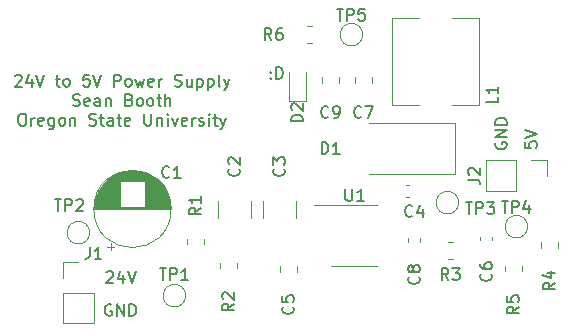
<source format=gto>
%TF.GenerationSoftware,KiCad,Pcbnew,(5.1.12)-1*%
%TF.CreationDate,2022-02-19T00:27:12-08:00*%
%TF.ProjectId,powersupply,706f7765-7273-4757-9070-6c792e6b6963,1*%
%TF.SameCoordinates,Original*%
%TF.FileFunction,Legend,Top*%
%TF.FilePolarity,Positive*%
%FSLAX46Y46*%
G04 Gerber Fmt 4.6, Leading zero omitted, Abs format (unit mm)*
G04 Created by KiCad (PCBNEW (5.1.12)-1) date 2022-02-19 00:27:12*
%MOMM*%
%LPD*%
G01*
G04 APERTURE LIST*
%ADD10C,0.150000*%
%ADD11C,0.120000*%
%ADD12C,4.501599*%
%ADD13C,1.601600*%
%ADD14O,1.801600X1.801600*%
%ADD15C,1.701600*%
G04 APERTURE END LIST*
D10*
X122397380Y-96322619D02*
X122445000Y-96275000D01*
X122540238Y-96227380D01*
X122778333Y-96227380D01*
X122873571Y-96275000D01*
X122921190Y-96322619D01*
X122968809Y-96417857D01*
X122968809Y-96513095D01*
X122921190Y-96655952D01*
X122349761Y-97227380D01*
X122968809Y-97227380D01*
X123825952Y-96560714D02*
X123825952Y-97227380D01*
X123587857Y-96179761D02*
X123349761Y-96894047D01*
X123968809Y-96894047D01*
X124206904Y-96227380D02*
X124540238Y-97227380D01*
X124873571Y-96227380D01*
X125825952Y-96560714D02*
X126206904Y-96560714D01*
X125968809Y-96227380D02*
X125968809Y-97084523D01*
X126016428Y-97179761D01*
X126111666Y-97227380D01*
X126206904Y-97227380D01*
X126683095Y-97227380D02*
X126587857Y-97179761D01*
X126540238Y-97132142D01*
X126492619Y-97036904D01*
X126492619Y-96751190D01*
X126540238Y-96655952D01*
X126587857Y-96608333D01*
X126683095Y-96560714D01*
X126825952Y-96560714D01*
X126921190Y-96608333D01*
X126968809Y-96655952D01*
X127016428Y-96751190D01*
X127016428Y-97036904D01*
X126968809Y-97132142D01*
X126921190Y-97179761D01*
X126825952Y-97227380D01*
X126683095Y-97227380D01*
X128683095Y-96227380D02*
X128206904Y-96227380D01*
X128159285Y-96703571D01*
X128206904Y-96655952D01*
X128302142Y-96608333D01*
X128540238Y-96608333D01*
X128635476Y-96655952D01*
X128683095Y-96703571D01*
X128730714Y-96798809D01*
X128730714Y-97036904D01*
X128683095Y-97132142D01*
X128635476Y-97179761D01*
X128540238Y-97227380D01*
X128302142Y-97227380D01*
X128206904Y-97179761D01*
X128159285Y-97132142D01*
X129016428Y-96227380D02*
X129349761Y-97227380D01*
X129683095Y-96227380D01*
X130778333Y-97227380D02*
X130778333Y-96227380D01*
X131159285Y-96227380D01*
X131254523Y-96275000D01*
X131302142Y-96322619D01*
X131349761Y-96417857D01*
X131349761Y-96560714D01*
X131302142Y-96655952D01*
X131254523Y-96703571D01*
X131159285Y-96751190D01*
X130778333Y-96751190D01*
X131921190Y-97227380D02*
X131825952Y-97179761D01*
X131778333Y-97132142D01*
X131730714Y-97036904D01*
X131730714Y-96751190D01*
X131778333Y-96655952D01*
X131825952Y-96608333D01*
X131921190Y-96560714D01*
X132064047Y-96560714D01*
X132159285Y-96608333D01*
X132206904Y-96655952D01*
X132254523Y-96751190D01*
X132254523Y-97036904D01*
X132206904Y-97132142D01*
X132159285Y-97179761D01*
X132064047Y-97227380D01*
X131921190Y-97227380D01*
X132587857Y-96560714D02*
X132778333Y-97227380D01*
X132968809Y-96751190D01*
X133159285Y-97227380D01*
X133349761Y-96560714D01*
X134111666Y-97179761D02*
X134016428Y-97227380D01*
X133825952Y-97227380D01*
X133730714Y-97179761D01*
X133683095Y-97084523D01*
X133683095Y-96703571D01*
X133730714Y-96608333D01*
X133825952Y-96560714D01*
X134016428Y-96560714D01*
X134111666Y-96608333D01*
X134159285Y-96703571D01*
X134159285Y-96798809D01*
X133683095Y-96894047D01*
X134587857Y-97227380D02*
X134587857Y-96560714D01*
X134587857Y-96751190D02*
X134635476Y-96655952D01*
X134683095Y-96608333D01*
X134778333Y-96560714D01*
X134873571Y-96560714D01*
X135921190Y-97179761D02*
X136064047Y-97227380D01*
X136302142Y-97227380D01*
X136397380Y-97179761D01*
X136445000Y-97132142D01*
X136492619Y-97036904D01*
X136492619Y-96941666D01*
X136445000Y-96846428D01*
X136397380Y-96798809D01*
X136302142Y-96751190D01*
X136111666Y-96703571D01*
X136016428Y-96655952D01*
X135968809Y-96608333D01*
X135921190Y-96513095D01*
X135921190Y-96417857D01*
X135968809Y-96322619D01*
X136016428Y-96275000D01*
X136111666Y-96227380D01*
X136349761Y-96227380D01*
X136492619Y-96275000D01*
X137349761Y-96560714D02*
X137349761Y-97227380D01*
X136921190Y-96560714D02*
X136921190Y-97084523D01*
X136968809Y-97179761D01*
X137064047Y-97227380D01*
X137206904Y-97227380D01*
X137302142Y-97179761D01*
X137349761Y-97132142D01*
X137825952Y-96560714D02*
X137825952Y-97560714D01*
X137825952Y-96608333D02*
X137921190Y-96560714D01*
X138111666Y-96560714D01*
X138206904Y-96608333D01*
X138254523Y-96655952D01*
X138302142Y-96751190D01*
X138302142Y-97036904D01*
X138254523Y-97132142D01*
X138206904Y-97179761D01*
X138111666Y-97227380D01*
X137921190Y-97227380D01*
X137825952Y-97179761D01*
X138730714Y-96560714D02*
X138730714Y-97560714D01*
X138730714Y-96608333D02*
X138825952Y-96560714D01*
X139016428Y-96560714D01*
X139111666Y-96608333D01*
X139159285Y-96655952D01*
X139206904Y-96751190D01*
X139206904Y-97036904D01*
X139159285Y-97132142D01*
X139111666Y-97179761D01*
X139016428Y-97227380D01*
X138825952Y-97227380D01*
X138730714Y-97179761D01*
X139778333Y-97227380D02*
X139683095Y-97179761D01*
X139635476Y-97084523D01*
X139635476Y-96227380D01*
X140064047Y-96560714D02*
X140302142Y-97227380D01*
X140540238Y-96560714D02*
X140302142Y-97227380D01*
X140206904Y-97465476D01*
X140159285Y-97513095D01*
X140064047Y-97560714D01*
X127302142Y-98829761D02*
X127445000Y-98877380D01*
X127683095Y-98877380D01*
X127778333Y-98829761D01*
X127825952Y-98782142D01*
X127873571Y-98686904D01*
X127873571Y-98591666D01*
X127825952Y-98496428D01*
X127778333Y-98448809D01*
X127683095Y-98401190D01*
X127492619Y-98353571D01*
X127397380Y-98305952D01*
X127349761Y-98258333D01*
X127302142Y-98163095D01*
X127302142Y-98067857D01*
X127349761Y-97972619D01*
X127397380Y-97925000D01*
X127492619Y-97877380D01*
X127730714Y-97877380D01*
X127873571Y-97925000D01*
X128683095Y-98829761D02*
X128587857Y-98877380D01*
X128397380Y-98877380D01*
X128302142Y-98829761D01*
X128254523Y-98734523D01*
X128254523Y-98353571D01*
X128302142Y-98258333D01*
X128397380Y-98210714D01*
X128587857Y-98210714D01*
X128683095Y-98258333D01*
X128730714Y-98353571D01*
X128730714Y-98448809D01*
X128254523Y-98544047D01*
X129587857Y-98877380D02*
X129587857Y-98353571D01*
X129540238Y-98258333D01*
X129445000Y-98210714D01*
X129254523Y-98210714D01*
X129159285Y-98258333D01*
X129587857Y-98829761D02*
X129492619Y-98877380D01*
X129254523Y-98877380D01*
X129159285Y-98829761D01*
X129111666Y-98734523D01*
X129111666Y-98639285D01*
X129159285Y-98544047D01*
X129254523Y-98496428D01*
X129492619Y-98496428D01*
X129587857Y-98448809D01*
X130064047Y-98210714D02*
X130064047Y-98877380D01*
X130064047Y-98305952D02*
X130111666Y-98258333D01*
X130206904Y-98210714D01*
X130349761Y-98210714D01*
X130445000Y-98258333D01*
X130492619Y-98353571D01*
X130492619Y-98877380D01*
X132064047Y-98353571D02*
X132206904Y-98401190D01*
X132254523Y-98448809D01*
X132302142Y-98544047D01*
X132302142Y-98686904D01*
X132254523Y-98782142D01*
X132206904Y-98829761D01*
X132111666Y-98877380D01*
X131730714Y-98877380D01*
X131730714Y-97877380D01*
X132064047Y-97877380D01*
X132159285Y-97925000D01*
X132206904Y-97972619D01*
X132254523Y-98067857D01*
X132254523Y-98163095D01*
X132206904Y-98258333D01*
X132159285Y-98305952D01*
X132064047Y-98353571D01*
X131730714Y-98353571D01*
X132873571Y-98877380D02*
X132778333Y-98829761D01*
X132730714Y-98782142D01*
X132683095Y-98686904D01*
X132683095Y-98401190D01*
X132730714Y-98305952D01*
X132778333Y-98258333D01*
X132873571Y-98210714D01*
X133016428Y-98210714D01*
X133111666Y-98258333D01*
X133159285Y-98305952D01*
X133206904Y-98401190D01*
X133206904Y-98686904D01*
X133159285Y-98782142D01*
X133111666Y-98829761D01*
X133016428Y-98877380D01*
X132873571Y-98877380D01*
X133778333Y-98877380D02*
X133683095Y-98829761D01*
X133635476Y-98782142D01*
X133587857Y-98686904D01*
X133587857Y-98401190D01*
X133635476Y-98305952D01*
X133683095Y-98258333D01*
X133778333Y-98210714D01*
X133921190Y-98210714D01*
X134016428Y-98258333D01*
X134064047Y-98305952D01*
X134111666Y-98401190D01*
X134111666Y-98686904D01*
X134064047Y-98782142D01*
X134016428Y-98829761D01*
X133921190Y-98877380D01*
X133778333Y-98877380D01*
X134397380Y-98210714D02*
X134778333Y-98210714D01*
X134540238Y-97877380D02*
X134540238Y-98734523D01*
X134587857Y-98829761D01*
X134683095Y-98877380D01*
X134778333Y-98877380D01*
X135111666Y-98877380D02*
X135111666Y-97877380D01*
X135540238Y-98877380D02*
X135540238Y-98353571D01*
X135492619Y-98258333D01*
X135397380Y-98210714D01*
X135254523Y-98210714D01*
X135159285Y-98258333D01*
X135111666Y-98305952D01*
X122921190Y-99527380D02*
X123111666Y-99527380D01*
X123206904Y-99575000D01*
X123302142Y-99670238D01*
X123349761Y-99860714D01*
X123349761Y-100194047D01*
X123302142Y-100384523D01*
X123206904Y-100479761D01*
X123111666Y-100527380D01*
X122921190Y-100527380D01*
X122825952Y-100479761D01*
X122730714Y-100384523D01*
X122683095Y-100194047D01*
X122683095Y-99860714D01*
X122730714Y-99670238D01*
X122825952Y-99575000D01*
X122921190Y-99527380D01*
X123778333Y-100527380D02*
X123778333Y-99860714D01*
X123778333Y-100051190D02*
X123825952Y-99955952D01*
X123873571Y-99908333D01*
X123968809Y-99860714D01*
X124064047Y-99860714D01*
X124778333Y-100479761D02*
X124683095Y-100527380D01*
X124492619Y-100527380D01*
X124397380Y-100479761D01*
X124349761Y-100384523D01*
X124349761Y-100003571D01*
X124397380Y-99908333D01*
X124492619Y-99860714D01*
X124683095Y-99860714D01*
X124778333Y-99908333D01*
X124825952Y-100003571D01*
X124825952Y-100098809D01*
X124349761Y-100194047D01*
X125683095Y-99860714D02*
X125683095Y-100670238D01*
X125635476Y-100765476D01*
X125587857Y-100813095D01*
X125492619Y-100860714D01*
X125349761Y-100860714D01*
X125254523Y-100813095D01*
X125683095Y-100479761D02*
X125587857Y-100527380D01*
X125397380Y-100527380D01*
X125302142Y-100479761D01*
X125254523Y-100432142D01*
X125206904Y-100336904D01*
X125206904Y-100051190D01*
X125254523Y-99955952D01*
X125302142Y-99908333D01*
X125397380Y-99860714D01*
X125587857Y-99860714D01*
X125683095Y-99908333D01*
X126302142Y-100527380D02*
X126206904Y-100479761D01*
X126159285Y-100432142D01*
X126111666Y-100336904D01*
X126111666Y-100051190D01*
X126159285Y-99955952D01*
X126206904Y-99908333D01*
X126302142Y-99860714D01*
X126445000Y-99860714D01*
X126540238Y-99908333D01*
X126587857Y-99955952D01*
X126635476Y-100051190D01*
X126635476Y-100336904D01*
X126587857Y-100432142D01*
X126540238Y-100479761D01*
X126445000Y-100527380D01*
X126302142Y-100527380D01*
X127064047Y-99860714D02*
X127064047Y-100527380D01*
X127064047Y-99955952D02*
X127111666Y-99908333D01*
X127206904Y-99860714D01*
X127349761Y-99860714D01*
X127445000Y-99908333D01*
X127492619Y-100003571D01*
X127492619Y-100527380D01*
X128683095Y-100479761D02*
X128825952Y-100527380D01*
X129064047Y-100527380D01*
X129159285Y-100479761D01*
X129206904Y-100432142D01*
X129254523Y-100336904D01*
X129254523Y-100241666D01*
X129206904Y-100146428D01*
X129159285Y-100098809D01*
X129064047Y-100051190D01*
X128873571Y-100003571D01*
X128778333Y-99955952D01*
X128730714Y-99908333D01*
X128683095Y-99813095D01*
X128683095Y-99717857D01*
X128730714Y-99622619D01*
X128778333Y-99575000D01*
X128873571Y-99527380D01*
X129111666Y-99527380D01*
X129254523Y-99575000D01*
X129540238Y-99860714D02*
X129921190Y-99860714D01*
X129683095Y-99527380D02*
X129683095Y-100384523D01*
X129730714Y-100479761D01*
X129825952Y-100527380D01*
X129921190Y-100527380D01*
X130683095Y-100527380D02*
X130683095Y-100003571D01*
X130635476Y-99908333D01*
X130540238Y-99860714D01*
X130349761Y-99860714D01*
X130254523Y-99908333D01*
X130683095Y-100479761D02*
X130587857Y-100527380D01*
X130349761Y-100527380D01*
X130254523Y-100479761D01*
X130206904Y-100384523D01*
X130206904Y-100289285D01*
X130254523Y-100194047D01*
X130349761Y-100146428D01*
X130587857Y-100146428D01*
X130683095Y-100098809D01*
X131016428Y-99860714D02*
X131397380Y-99860714D01*
X131159285Y-99527380D02*
X131159285Y-100384523D01*
X131206904Y-100479761D01*
X131302142Y-100527380D01*
X131397380Y-100527380D01*
X132111666Y-100479761D02*
X132016428Y-100527380D01*
X131825952Y-100527380D01*
X131730714Y-100479761D01*
X131683095Y-100384523D01*
X131683095Y-100003571D01*
X131730714Y-99908333D01*
X131825952Y-99860714D01*
X132016428Y-99860714D01*
X132111666Y-99908333D01*
X132159285Y-100003571D01*
X132159285Y-100098809D01*
X131683095Y-100194047D01*
X133349761Y-99527380D02*
X133349761Y-100336904D01*
X133397380Y-100432142D01*
X133445000Y-100479761D01*
X133540238Y-100527380D01*
X133730714Y-100527380D01*
X133825952Y-100479761D01*
X133873571Y-100432142D01*
X133921190Y-100336904D01*
X133921190Y-99527380D01*
X134397380Y-99860714D02*
X134397380Y-100527380D01*
X134397380Y-99955952D02*
X134445000Y-99908333D01*
X134540238Y-99860714D01*
X134683095Y-99860714D01*
X134778333Y-99908333D01*
X134825952Y-100003571D01*
X134825952Y-100527380D01*
X135302142Y-100527380D02*
X135302142Y-99860714D01*
X135302142Y-99527380D02*
X135254523Y-99575000D01*
X135302142Y-99622619D01*
X135349761Y-99575000D01*
X135302142Y-99527380D01*
X135302142Y-99622619D01*
X135683095Y-99860714D02*
X135921190Y-100527380D01*
X136159285Y-99860714D01*
X136921190Y-100479761D02*
X136825952Y-100527380D01*
X136635476Y-100527380D01*
X136540238Y-100479761D01*
X136492619Y-100384523D01*
X136492619Y-100003571D01*
X136540238Y-99908333D01*
X136635476Y-99860714D01*
X136825952Y-99860714D01*
X136921190Y-99908333D01*
X136968809Y-100003571D01*
X136968809Y-100098809D01*
X136492619Y-100194047D01*
X137397380Y-100527380D02*
X137397380Y-99860714D01*
X137397380Y-100051190D02*
X137445000Y-99955952D01*
X137492619Y-99908333D01*
X137587857Y-99860714D01*
X137683095Y-99860714D01*
X137968809Y-100479761D02*
X138064047Y-100527380D01*
X138254523Y-100527380D01*
X138349761Y-100479761D01*
X138397380Y-100384523D01*
X138397380Y-100336904D01*
X138349761Y-100241666D01*
X138254523Y-100194047D01*
X138111666Y-100194047D01*
X138016428Y-100146428D01*
X137968809Y-100051190D01*
X137968809Y-100003571D01*
X138016428Y-99908333D01*
X138111666Y-99860714D01*
X138254523Y-99860714D01*
X138349761Y-99908333D01*
X138825952Y-100527380D02*
X138825952Y-99860714D01*
X138825952Y-99527380D02*
X138778333Y-99575000D01*
X138825952Y-99622619D01*
X138873571Y-99575000D01*
X138825952Y-99527380D01*
X138825952Y-99622619D01*
X139159285Y-99860714D02*
X139540238Y-99860714D01*
X139302142Y-99527380D02*
X139302142Y-100384523D01*
X139349761Y-100479761D01*
X139445000Y-100527380D01*
X139540238Y-100527380D01*
X139778333Y-99860714D02*
X140016428Y-100527380D01*
X140254523Y-99860714D02*
X140016428Y-100527380D01*
X139921190Y-100765476D01*
X139873571Y-100813095D01*
X139778333Y-100860714D01*
X144026000Y-96496142D02*
X144073619Y-96543761D01*
X144026000Y-96591380D01*
X143978380Y-96543761D01*
X144026000Y-96496142D01*
X144026000Y-96591380D01*
X144026000Y-95972333D02*
X144073619Y-96019952D01*
X144026000Y-96067571D01*
X143978380Y-96019952D01*
X144026000Y-95972333D01*
X144026000Y-96067571D01*
X144502190Y-96591380D02*
X144502190Y-95591380D01*
X144740285Y-95591380D01*
X144883142Y-95639000D01*
X144978380Y-95734238D01*
X145026000Y-95829476D01*
X145073619Y-96019952D01*
X145073619Y-96162809D01*
X145026000Y-96353285D01*
X144978380Y-96448523D01*
X144883142Y-96543761D01*
X144740285Y-96591380D01*
X144502190Y-96591380D01*
X165568380Y-101917476D02*
X165568380Y-102393666D01*
X166044571Y-102441285D01*
X165996952Y-102393666D01*
X165949333Y-102298428D01*
X165949333Y-102060333D01*
X165996952Y-101965095D01*
X166044571Y-101917476D01*
X166139809Y-101869857D01*
X166377904Y-101869857D01*
X166473142Y-101917476D01*
X166520761Y-101965095D01*
X166568380Y-102060333D01*
X166568380Y-102298428D01*
X166520761Y-102393666D01*
X166473142Y-102441285D01*
X165568380Y-101584142D02*
X166568380Y-101250809D01*
X165568380Y-100917476D01*
X163076000Y-101980904D02*
X163028380Y-102076142D01*
X163028380Y-102219000D01*
X163076000Y-102361857D01*
X163171238Y-102457095D01*
X163266476Y-102504714D01*
X163456952Y-102552333D01*
X163599809Y-102552333D01*
X163790285Y-102504714D01*
X163885523Y-102457095D01*
X163980761Y-102361857D01*
X164028380Y-102219000D01*
X164028380Y-102123761D01*
X163980761Y-101980904D01*
X163933142Y-101933285D01*
X163599809Y-101933285D01*
X163599809Y-102123761D01*
X164028380Y-101504714D02*
X163028380Y-101504714D01*
X164028380Y-100933285D01*
X163028380Y-100933285D01*
X164028380Y-100457095D02*
X163028380Y-100457095D01*
X163028380Y-100219000D01*
X163076000Y-100076142D01*
X163171238Y-99980904D01*
X163266476Y-99933285D01*
X163456952Y-99885666D01*
X163599809Y-99885666D01*
X163790285Y-99933285D01*
X163885523Y-99980904D01*
X163980761Y-100076142D01*
X164028380Y-100219000D01*
X164028380Y-100457095D01*
X130556095Y-115705000D02*
X130460857Y-115657380D01*
X130318000Y-115657380D01*
X130175142Y-115705000D01*
X130079904Y-115800238D01*
X130032285Y-115895476D01*
X129984666Y-116085952D01*
X129984666Y-116228809D01*
X130032285Y-116419285D01*
X130079904Y-116514523D01*
X130175142Y-116609761D01*
X130318000Y-116657380D01*
X130413238Y-116657380D01*
X130556095Y-116609761D01*
X130603714Y-116562142D01*
X130603714Y-116228809D01*
X130413238Y-116228809D01*
X131032285Y-116657380D02*
X131032285Y-115657380D01*
X131603714Y-116657380D01*
X131603714Y-115657380D01*
X132079904Y-116657380D02*
X132079904Y-115657380D01*
X132318000Y-115657380D01*
X132460857Y-115705000D01*
X132556095Y-115800238D01*
X132603714Y-115895476D01*
X132651333Y-116085952D01*
X132651333Y-116228809D01*
X132603714Y-116419285D01*
X132556095Y-116514523D01*
X132460857Y-116609761D01*
X132318000Y-116657380D01*
X132079904Y-116657380D01*
X130127523Y-112958619D02*
X130175142Y-112911000D01*
X130270380Y-112863380D01*
X130508476Y-112863380D01*
X130603714Y-112911000D01*
X130651333Y-112958619D01*
X130698952Y-113053857D01*
X130698952Y-113149095D01*
X130651333Y-113291952D01*
X130079904Y-113863380D01*
X130698952Y-113863380D01*
X131556095Y-113196714D02*
X131556095Y-113863380D01*
X131318000Y-112815761D02*
X131079904Y-113530047D01*
X131698952Y-113530047D01*
X131937047Y-112863380D02*
X132270380Y-113863380D01*
X132603714Y-112863380D01*
D11*
%TO.C,TP5*%
X151826000Y-92837000D02*
G75*
G03*
X151826000Y-92837000I-950000J0D01*
G01*
%TO.C,TP4*%
X165796000Y-109093000D02*
G75*
G03*
X165796000Y-109093000I-950000J0D01*
G01*
%TO.C,TP3*%
X159954000Y-107061000D02*
G75*
G03*
X159954000Y-107061000I-950000J0D01*
G01*
%TO.C,TP2*%
X128712000Y-109601000D02*
G75*
G03*
X128712000Y-109601000I-950000J0D01*
G01*
%TO.C,TP1*%
X136840000Y-114935000D02*
G75*
G03*
X136840000Y-114935000I-950000J0D01*
G01*
%TO.C,U1*%
X151130000Y-112415000D02*
X153080000Y-112415000D01*
X151130000Y-112415000D02*
X149180000Y-112415000D01*
X151130000Y-107295000D02*
X153080000Y-107295000D01*
X151130000Y-107295000D02*
X147680000Y-107295000D01*
%TO.C,R6*%
X147547064Y-93572000D02*
X147092936Y-93572000D01*
X147547064Y-92102000D02*
X147092936Y-92102000D01*
%TO.C,R5*%
X165327000Y-112421936D02*
X165327000Y-112876064D01*
X163857000Y-112421936D02*
X163857000Y-112876064D01*
%TO.C,R4*%
X168375000Y-110405936D02*
X168375000Y-110860064D01*
X166905000Y-110405936D02*
X166905000Y-110860064D01*
%TO.C,R3*%
X159030936Y-110390000D02*
X159485064Y-110390000D01*
X159030936Y-111860000D02*
X159485064Y-111860000D01*
%TO.C,R2*%
X141197000Y-112167936D02*
X141197000Y-112622064D01*
X139727000Y-112167936D02*
X139727000Y-112622064D01*
%TO.C,R1*%
X138403000Y-110135936D02*
X138403000Y-110590064D01*
X136933000Y-110135936D02*
X136933000Y-110590064D01*
%TO.C,L1*%
X159388000Y-91423000D02*
X161688000Y-91423000D01*
X161688000Y-91423000D02*
X161688000Y-98823000D01*
X161688000Y-98823000D02*
X159388000Y-98823000D01*
X156588000Y-98823000D02*
X154288000Y-98823000D01*
X154288000Y-98823000D02*
X154288000Y-91423000D01*
X154288000Y-91423000D02*
X156588000Y-91423000D01*
%TO.C,J2*%
X162246000Y-103445000D02*
X162246000Y-106105000D01*
X164846000Y-103445000D02*
X162246000Y-103445000D01*
X164846000Y-106105000D02*
X162246000Y-106105000D01*
X164846000Y-103445000D02*
X164846000Y-106105000D01*
X166116000Y-103445000D02*
X167446000Y-103445000D01*
X167446000Y-103445000D02*
X167446000Y-104775000D01*
%TO.C,J1*%
X126432000Y-117281000D02*
X129092000Y-117281000D01*
X126432000Y-114681000D02*
X126432000Y-117281000D01*
X129092000Y-114681000D02*
X129092000Y-117281000D01*
X126432000Y-114681000D02*
X129092000Y-114681000D01*
X126432000Y-113411000D02*
X126432000Y-112081000D01*
X126432000Y-112081000D02*
X127762000Y-112081000D01*
%TO.C,D2*%
X145569000Y-95960000D02*
X145569000Y-98420000D01*
X145569000Y-98420000D02*
X147039000Y-98420000D01*
X147039000Y-98420000D02*
X147039000Y-95960000D01*
%TO.C,D1*%
X159634000Y-104639000D02*
X159634000Y-100339000D01*
X159634000Y-100339000D02*
X152334000Y-100339000D01*
X159634000Y-104639000D02*
X152334000Y-104639000D01*
%TO.C,C9*%
X149833000Y-96385748D02*
X149833000Y-96908252D01*
X148363000Y-96385748D02*
X148363000Y-96908252D01*
%TO.C,C8*%
X155700000Y-110355767D02*
X155700000Y-110063233D01*
X156720000Y-110355767D02*
X156720000Y-110063233D01*
%TO.C,C7*%
X152627000Y-96407248D02*
X152627000Y-96929752D01*
X151157000Y-96407248D02*
X151157000Y-96929752D01*
%TO.C,C6*%
X161796000Y-110255267D02*
X161796000Y-109962733D01*
X162816000Y-110255267D02*
X162816000Y-109962733D01*
%TO.C,C5*%
X146277000Y-112409248D02*
X146277000Y-112931752D01*
X144807000Y-112409248D02*
X144807000Y-112931752D01*
%TO.C,C4*%
X155747767Y-106555000D02*
X155455233Y-106555000D01*
X155747767Y-105535000D02*
X155455233Y-105535000D01*
%TO.C,C3*%
X143420000Y-108318752D02*
X143420000Y-106896248D01*
X146140000Y-108318752D02*
X146140000Y-106896248D01*
%TO.C,C2*%
X139610000Y-108318752D02*
X139610000Y-106896248D01*
X142330000Y-108318752D02*
X142330000Y-106896248D01*
%TO.C,C1*%
X135604000Y-107589000D02*
G75*
G03*
X135604000Y-107589000I-3270000J0D01*
G01*
X129104000Y-107589000D02*
X135564000Y-107589000D01*
X129104000Y-107549000D02*
X135564000Y-107549000D01*
X129104000Y-107509000D02*
X135564000Y-107509000D01*
X129106000Y-107469000D02*
X135562000Y-107469000D01*
X129107000Y-107429000D02*
X135561000Y-107429000D01*
X129110000Y-107389000D02*
X135558000Y-107389000D01*
X129112000Y-107349000D02*
X131294000Y-107349000D01*
X133374000Y-107349000D02*
X135556000Y-107349000D01*
X129116000Y-107309000D02*
X131294000Y-107309000D01*
X133374000Y-107309000D02*
X135552000Y-107309000D01*
X129119000Y-107269000D02*
X131294000Y-107269000D01*
X133374000Y-107269000D02*
X135549000Y-107269000D01*
X129123000Y-107229000D02*
X131294000Y-107229000D01*
X133374000Y-107229000D02*
X135545000Y-107229000D01*
X129128000Y-107189000D02*
X131294000Y-107189000D01*
X133374000Y-107189000D02*
X135540000Y-107189000D01*
X129133000Y-107149000D02*
X131294000Y-107149000D01*
X133374000Y-107149000D02*
X135535000Y-107149000D01*
X129139000Y-107109000D02*
X131294000Y-107109000D01*
X133374000Y-107109000D02*
X135529000Y-107109000D01*
X129145000Y-107069000D02*
X131294000Y-107069000D01*
X133374000Y-107069000D02*
X135523000Y-107069000D01*
X129152000Y-107029000D02*
X131294000Y-107029000D01*
X133374000Y-107029000D02*
X135516000Y-107029000D01*
X129159000Y-106989000D02*
X131294000Y-106989000D01*
X133374000Y-106989000D02*
X135509000Y-106989000D01*
X129167000Y-106949000D02*
X131294000Y-106949000D01*
X133374000Y-106949000D02*
X135501000Y-106949000D01*
X129175000Y-106909000D02*
X131294000Y-106909000D01*
X133374000Y-106909000D02*
X135493000Y-106909000D01*
X129184000Y-106868000D02*
X131294000Y-106868000D01*
X133374000Y-106868000D02*
X135484000Y-106868000D01*
X129193000Y-106828000D02*
X131294000Y-106828000D01*
X133374000Y-106828000D02*
X135475000Y-106828000D01*
X129203000Y-106788000D02*
X131294000Y-106788000D01*
X133374000Y-106788000D02*
X135465000Y-106788000D01*
X129213000Y-106748000D02*
X131294000Y-106748000D01*
X133374000Y-106748000D02*
X135455000Y-106748000D01*
X129224000Y-106708000D02*
X131294000Y-106708000D01*
X133374000Y-106708000D02*
X135444000Y-106708000D01*
X129236000Y-106668000D02*
X131294000Y-106668000D01*
X133374000Y-106668000D02*
X135432000Y-106668000D01*
X129248000Y-106628000D02*
X131294000Y-106628000D01*
X133374000Y-106628000D02*
X135420000Y-106628000D01*
X129260000Y-106588000D02*
X131294000Y-106588000D01*
X133374000Y-106588000D02*
X135408000Y-106588000D01*
X129273000Y-106548000D02*
X131294000Y-106548000D01*
X133374000Y-106548000D02*
X135395000Y-106548000D01*
X129287000Y-106508000D02*
X131294000Y-106508000D01*
X133374000Y-106508000D02*
X135381000Y-106508000D01*
X129301000Y-106468000D02*
X131294000Y-106468000D01*
X133374000Y-106468000D02*
X135367000Y-106468000D01*
X129316000Y-106428000D02*
X131294000Y-106428000D01*
X133374000Y-106428000D02*
X135352000Y-106428000D01*
X129332000Y-106388000D02*
X131294000Y-106388000D01*
X133374000Y-106388000D02*
X135336000Y-106388000D01*
X129348000Y-106348000D02*
X131294000Y-106348000D01*
X133374000Y-106348000D02*
X135320000Y-106348000D01*
X129364000Y-106308000D02*
X131294000Y-106308000D01*
X133374000Y-106308000D02*
X135304000Y-106308000D01*
X129382000Y-106268000D02*
X131294000Y-106268000D01*
X133374000Y-106268000D02*
X135286000Y-106268000D01*
X129400000Y-106228000D02*
X131294000Y-106228000D01*
X133374000Y-106228000D02*
X135268000Y-106228000D01*
X129418000Y-106188000D02*
X131294000Y-106188000D01*
X133374000Y-106188000D02*
X135250000Y-106188000D01*
X129438000Y-106148000D02*
X131294000Y-106148000D01*
X133374000Y-106148000D02*
X135230000Y-106148000D01*
X129458000Y-106108000D02*
X131294000Y-106108000D01*
X133374000Y-106108000D02*
X135210000Y-106108000D01*
X129478000Y-106068000D02*
X131294000Y-106068000D01*
X133374000Y-106068000D02*
X135190000Y-106068000D01*
X129500000Y-106028000D02*
X131294000Y-106028000D01*
X133374000Y-106028000D02*
X135168000Y-106028000D01*
X129522000Y-105988000D02*
X131294000Y-105988000D01*
X133374000Y-105988000D02*
X135146000Y-105988000D01*
X129544000Y-105948000D02*
X131294000Y-105948000D01*
X133374000Y-105948000D02*
X135124000Y-105948000D01*
X129568000Y-105908000D02*
X131294000Y-105908000D01*
X133374000Y-105908000D02*
X135100000Y-105908000D01*
X129592000Y-105868000D02*
X131294000Y-105868000D01*
X133374000Y-105868000D02*
X135076000Y-105868000D01*
X129618000Y-105828000D02*
X131294000Y-105828000D01*
X133374000Y-105828000D02*
X135050000Y-105828000D01*
X129644000Y-105788000D02*
X131294000Y-105788000D01*
X133374000Y-105788000D02*
X135024000Y-105788000D01*
X129670000Y-105748000D02*
X131294000Y-105748000D01*
X133374000Y-105748000D02*
X134998000Y-105748000D01*
X129698000Y-105708000D02*
X131294000Y-105708000D01*
X133374000Y-105708000D02*
X134970000Y-105708000D01*
X129727000Y-105668000D02*
X131294000Y-105668000D01*
X133374000Y-105668000D02*
X134941000Y-105668000D01*
X129756000Y-105628000D02*
X131294000Y-105628000D01*
X133374000Y-105628000D02*
X134912000Y-105628000D01*
X129786000Y-105588000D02*
X131294000Y-105588000D01*
X133374000Y-105588000D02*
X134882000Y-105588000D01*
X129818000Y-105548000D02*
X131294000Y-105548000D01*
X133374000Y-105548000D02*
X134850000Y-105548000D01*
X129850000Y-105508000D02*
X131294000Y-105508000D01*
X133374000Y-105508000D02*
X134818000Y-105508000D01*
X129884000Y-105468000D02*
X131294000Y-105468000D01*
X133374000Y-105468000D02*
X134784000Y-105468000D01*
X129918000Y-105428000D02*
X131294000Y-105428000D01*
X133374000Y-105428000D02*
X134750000Y-105428000D01*
X129954000Y-105388000D02*
X131294000Y-105388000D01*
X133374000Y-105388000D02*
X134714000Y-105388000D01*
X129991000Y-105348000D02*
X131294000Y-105348000D01*
X133374000Y-105348000D02*
X134677000Y-105348000D01*
X130029000Y-105308000D02*
X131294000Y-105308000D01*
X133374000Y-105308000D02*
X134639000Y-105308000D01*
X130069000Y-105268000D02*
X134599000Y-105268000D01*
X130110000Y-105228000D02*
X134558000Y-105228000D01*
X130152000Y-105188000D02*
X134516000Y-105188000D01*
X130197000Y-105148000D02*
X134471000Y-105148000D01*
X130242000Y-105108000D02*
X134426000Y-105108000D01*
X130290000Y-105068000D02*
X134378000Y-105068000D01*
X130339000Y-105028000D02*
X134329000Y-105028000D01*
X130390000Y-104988000D02*
X134278000Y-104988000D01*
X130444000Y-104948000D02*
X134224000Y-104948000D01*
X130500000Y-104908000D02*
X134168000Y-104908000D01*
X130558000Y-104868000D02*
X134110000Y-104868000D01*
X130620000Y-104828000D02*
X134048000Y-104828000D01*
X130684000Y-104788000D02*
X133984000Y-104788000D01*
X130753000Y-104748000D02*
X133915000Y-104748000D01*
X130825000Y-104708000D02*
X133843000Y-104708000D01*
X130902000Y-104668000D02*
X133766000Y-104668000D01*
X130984000Y-104628000D02*
X133684000Y-104628000D01*
X131072000Y-104588000D02*
X133596000Y-104588000D01*
X131169000Y-104548000D02*
X133499000Y-104548000D01*
X131275000Y-104508000D02*
X133393000Y-104508000D01*
X131394000Y-104468000D02*
X133274000Y-104468000D01*
X131532000Y-104428000D02*
X133136000Y-104428000D01*
X131701000Y-104388000D02*
X132967000Y-104388000D01*
X131932000Y-104348000D02*
X132736000Y-104348000D01*
X130495000Y-111089241D02*
X130495000Y-110459241D01*
X130180000Y-110774241D02*
X130810000Y-110774241D01*
%TO.C,TP5*%
D10*
X149614095Y-90641380D02*
X150185523Y-90641380D01*
X149899809Y-91641380D02*
X149899809Y-90641380D01*
X150518857Y-91641380D02*
X150518857Y-90641380D01*
X150899809Y-90641380D01*
X150995047Y-90689000D01*
X151042666Y-90736619D01*
X151090285Y-90831857D01*
X151090285Y-90974714D01*
X151042666Y-91069952D01*
X150995047Y-91117571D01*
X150899809Y-91165190D01*
X150518857Y-91165190D01*
X151995047Y-90641380D02*
X151518857Y-90641380D01*
X151471238Y-91117571D01*
X151518857Y-91069952D01*
X151614095Y-91022333D01*
X151852190Y-91022333D01*
X151947428Y-91069952D01*
X151995047Y-91117571D01*
X152042666Y-91212809D01*
X152042666Y-91450904D01*
X151995047Y-91546142D01*
X151947428Y-91593761D01*
X151852190Y-91641380D01*
X151614095Y-91641380D01*
X151518857Y-91593761D01*
X151471238Y-91546142D01*
%TO.C,TP4*%
X163584095Y-106897380D02*
X164155523Y-106897380D01*
X163869809Y-107897380D02*
X163869809Y-106897380D01*
X164488857Y-107897380D02*
X164488857Y-106897380D01*
X164869809Y-106897380D01*
X164965047Y-106945000D01*
X165012666Y-106992619D01*
X165060285Y-107087857D01*
X165060285Y-107230714D01*
X165012666Y-107325952D01*
X164965047Y-107373571D01*
X164869809Y-107421190D01*
X164488857Y-107421190D01*
X165917428Y-107230714D02*
X165917428Y-107897380D01*
X165679333Y-106849761D02*
X165441238Y-107564047D01*
X166060285Y-107564047D01*
%TO.C,TP3*%
X160536095Y-107021380D02*
X161107523Y-107021380D01*
X160821809Y-108021380D02*
X160821809Y-107021380D01*
X161440857Y-108021380D02*
X161440857Y-107021380D01*
X161821809Y-107021380D01*
X161917047Y-107069000D01*
X161964666Y-107116619D01*
X162012285Y-107211857D01*
X162012285Y-107354714D01*
X161964666Y-107449952D01*
X161917047Y-107497571D01*
X161821809Y-107545190D01*
X161440857Y-107545190D01*
X162345619Y-107021380D02*
X162964666Y-107021380D01*
X162631333Y-107402333D01*
X162774190Y-107402333D01*
X162869428Y-107449952D01*
X162917047Y-107497571D01*
X162964666Y-107592809D01*
X162964666Y-107830904D01*
X162917047Y-107926142D01*
X162869428Y-107973761D01*
X162774190Y-108021380D01*
X162488476Y-108021380D01*
X162393238Y-107973761D01*
X162345619Y-107926142D01*
%TO.C,TP2*%
X125738095Y-106767380D02*
X126309523Y-106767380D01*
X126023809Y-107767380D02*
X126023809Y-106767380D01*
X126642857Y-107767380D02*
X126642857Y-106767380D01*
X127023809Y-106767380D01*
X127119047Y-106815000D01*
X127166666Y-106862619D01*
X127214285Y-106957857D01*
X127214285Y-107100714D01*
X127166666Y-107195952D01*
X127119047Y-107243571D01*
X127023809Y-107291190D01*
X126642857Y-107291190D01*
X127595238Y-106862619D02*
X127642857Y-106815000D01*
X127738095Y-106767380D01*
X127976190Y-106767380D01*
X128071428Y-106815000D01*
X128119047Y-106862619D01*
X128166666Y-106957857D01*
X128166666Y-107053095D01*
X128119047Y-107195952D01*
X127547619Y-107767380D01*
X128166666Y-107767380D01*
%TO.C,TP1*%
X134628095Y-112609380D02*
X135199523Y-112609380D01*
X134913809Y-113609380D02*
X134913809Y-112609380D01*
X135532857Y-113609380D02*
X135532857Y-112609380D01*
X135913809Y-112609380D01*
X136009047Y-112657000D01*
X136056666Y-112704619D01*
X136104285Y-112799857D01*
X136104285Y-112942714D01*
X136056666Y-113037952D01*
X136009047Y-113085571D01*
X135913809Y-113133190D01*
X135532857Y-113133190D01*
X137056666Y-113609380D02*
X136485238Y-113609380D01*
X136770952Y-113609380D02*
X136770952Y-112609380D01*
X136675714Y-112752238D01*
X136580476Y-112847476D01*
X136485238Y-112895095D01*
%TO.C,U1*%
X150368095Y-105907380D02*
X150368095Y-106716904D01*
X150415714Y-106812142D01*
X150463333Y-106859761D01*
X150558571Y-106907380D01*
X150749047Y-106907380D01*
X150844285Y-106859761D01*
X150891904Y-106812142D01*
X150939523Y-106716904D01*
X150939523Y-105907380D01*
X151939523Y-106907380D02*
X151368095Y-106907380D01*
X151653809Y-106907380D02*
X151653809Y-105907380D01*
X151558571Y-106050238D01*
X151463333Y-106145476D01*
X151368095Y-106193095D01*
%TO.C,R6*%
X144105333Y-93289380D02*
X143772000Y-92813190D01*
X143533904Y-93289380D02*
X143533904Y-92289380D01*
X143914857Y-92289380D01*
X144010095Y-92337000D01*
X144057714Y-92384619D01*
X144105333Y-92479857D01*
X144105333Y-92622714D01*
X144057714Y-92717952D01*
X144010095Y-92765571D01*
X143914857Y-92813190D01*
X143533904Y-92813190D01*
X144962476Y-92289380D02*
X144772000Y-92289380D01*
X144676761Y-92337000D01*
X144629142Y-92384619D01*
X144533904Y-92527476D01*
X144486285Y-92717952D01*
X144486285Y-93098904D01*
X144533904Y-93194142D01*
X144581523Y-93241761D01*
X144676761Y-93289380D01*
X144867238Y-93289380D01*
X144962476Y-93241761D01*
X145010095Y-93194142D01*
X145057714Y-93098904D01*
X145057714Y-92860809D01*
X145010095Y-92765571D01*
X144962476Y-92717952D01*
X144867238Y-92670333D01*
X144676761Y-92670333D01*
X144581523Y-92717952D01*
X144533904Y-92765571D01*
X144486285Y-92860809D01*
%TO.C,R5*%
X165044380Y-115863666D02*
X164568190Y-116197000D01*
X165044380Y-116435095D02*
X164044380Y-116435095D01*
X164044380Y-116054142D01*
X164092000Y-115958904D01*
X164139619Y-115911285D01*
X164234857Y-115863666D01*
X164377714Y-115863666D01*
X164472952Y-115911285D01*
X164520571Y-115958904D01*
X164568190Y-116054142D01*
X164568190Y-116435095D01*
X164044380Y-114958904D02*
X164044380Y-115435095D01*
X164520571Y-115482714D01*
X164472952Y-115435095D01*
X164425333Y-115339857D01*
X164425333Y-115101761D01*
X164472952Y-115006523D01*
X164520571Y-114958904D01*
X164615809Y-114911285D01*
X164853904Y-114911285D01*
X164949142Y-114958904D01*
X164996761Y-115006523D01*
X165044380Y-115101761D01*
X165044380Y-115339857D01*
X164996761Y-115435095D01*
X164949142Y-115482714D01*
%TO.C,R4*%
X168092380Y-113831666D02*
X167616190Y-114165000D01*
X168092380Y-114403095D02*
X167092380Y-114403095D01*
X167092380Y-114022142D01*
X167140000Y-113926904D01*
X167187619Y-113879285D01*
X167282857Y-113831666D01*
X167425714Y-113831666D01*
X167520952Y-113879285D01*
X167568571Y-113926904D01*
X167616190Y-114022142D01*
X167616190Y-114403095D01*
X167425714Y-112974523D02*
X168092380Y-112974523D01*
X167044761Y-113212619D02*
X167759047Y-113450714D01*
X167759047Y-112831666D01*
%TO.C,R3*%
X159091333Y-113609380D02*
X158758000Y-113133190D01*
X158519904Y-113609380D02*
X158519904Y-112609380D01*
X158900857Y-112609380D01*
X158996095Y-112657000D01*
X159043714Y-112704619D01*
X159091333Y-112799857D01*
X159091333Y-112942714D01*
X159043714Y-113037952D01*
X158996095Y-113085571D01*
X158900857Y-113133190D01*
X158519904Y-113133190D01*
X159424666Y-112609380D02*
X160043714Y-112609380D01*
X159710380Y-112990333D01*
X159853238Y-112990333D01*
X159948476Y-113037952D01*
X159996095Y-113085571D01*
X160043714Y-113180809D01*
X160043714Y-113418904D01*
X159996095Y-113514142D01*
X159948476Y-113561761D01*
X159853238Y-113609380D01*
X159567523Y-113609380D01*
X159472285Y-113561761D01*
X159424666Y-113514142D01*
%TO.C,R2*%
X140914380Y-115609666D02*
X140438190Y-115943000D01*
X140914380Y-116181095D02*
X139914380Y-116181095D01*
X139914380Y-115800142D01*
X139962000Y-115704904D01*
X140009619Y-115657285D01*
X140104857Y-115609666D01*
X140247714Y-115609666D01*
X140342952Y-115657285D01*
X140390571Y-115704904D01*
X140438190Y-115800142D01*
X140438190Y-116181095D01*
X140009619Y-115228714D02*
X139962000Y-115181095D01*
X139914380Y-115085857D01*
X139914380Y-114847761D01*
X139962000Y-114752523D01*
X140009619Y-114704904D01*
X140104857Y-114657285D01*
X140200095Y-114657285D01*
X140342952Y-114704904D01*
X140914380Y-115276333D01*
X140914380Y-114657285D01*
%TO.C,R1*%
X138120380Y-107481666D02*
X137644190Y-107815000D01*
X138120380Y-108053095D02*
X137120380Y-108053095D01*
X137120380Y-107672142D01*
X137168000Y-107576904D01*
X137215619Y-107529285D01*
X137310857Y-107481666D01*
X137453714Y-107481666D01*
X137548952Y-107529285D01*
X137596571Y-107576904D01*
X137644190Y-107672142D01*
X137644190Y-108053095D01*
X138120380Y-106529285D02*
X138120380Y-107100714D01*
X138120380Y-106815000D02*
X137120380Y-106815000D01*
X137263238Y-106910238D01*
X137358476Y-107005476D01*
X137406095Y-107100714D01*
%TO.C,L1*%
X163266380Y-98083666D02*
X163266380Y-98559857D01*
X162266380Y-98559857D01*
X163266380Y-97226523D02*
X163266380Y-97797952D01*
X163266380Y-97512238D02*
X162266380Y-97512238D01*
X162409238Y-97607476D01*
X162504476Y-97702714D01*
X162552095Y-97797952D01*
%TO.C,J2*%
X160742380Y-105108333D02*
X161456666Y-105108333D01*
X161599523Y-105155952D01*
X161694761Y-105251190D01*
X161742380Y-105394047D01*
X161742380Y-105489285D01*
X160837619Y-104679761D02*
X160790000Y-104632142D01*
X160742380Y-104536904D01*
X160742380Y-104298809D01*
X160790000Y-104203571D01*
X160837619Y-104155952D01*
X160932857Y-104108333D01*
X161028095Y-104108333D01*
X161170952Y-104155952D01*
X161742380Y-104727380D01*
X161742380Y-104108333D01*
%TO.C,J1*%
X128698666Y-110831380D02*
X128698666Y-111545666D01*
X128651047Y-111688523D01*
X128555809Y-111783761D01*
X128412952Y-111831380D01*
X128317714Y-111831380D01*
X129698666Y-111831380D02*
X129127238Y-111831380D01*
X129412952Y-111831380D02*
X129412952Y-110831380D01*
X129317714Y-110974238D01*
X129222476Y-111069476D01*
X129127238Y-111117095D01*
%TO.C,D2*%
X146756380Y-100179095D02*
X145756380Y-100179095D01*
X145756380Y-99941000D01*
X145804000Y-99798142D01*
X145899238Y-99702904D01*
X145994476Y-99655285D01*
X146184952Y-99607666D01*
X146327809Y-99607666D01*
X146518285Y-99655285D01*
X146613523Y-99702904D01*
X146708761Y-99798142D01*
X146756380Y-99941000D01*
X146756380Y-100179095D01*
X145851619Y-99226714D02*
X145804000Y-99179095D01*
X145756380Y-99083857D01*
X145756380Y-98845761D01*
X145804000Y-98750523D01*
X145851619Y-98702904D01*
X145946857Y-98655285D01*
X146042095Y-98655285D01*
X146184952Y-98702904D01*
X146756380Y-99274333D01*
X146756380Y-98655285D01*
%TO.C,D1*%
X148359904Y-102941380D02*
X148359904Y-101941380D01*
X148598000Y-101941380D01*
X148740857Y-101989000D01*
X148836095Y-102084238D01*
X148883714Y-102179476D01*
X148931333Y-102369952D01*
X148931333Y-102512809D01*
X148883714Y-102703285D01*
X148836095Y-102798523D01*
X148740857Y-102893761D01*
X148598000Y-102941380D01*
X148359904Y-102941380D01*
X149883714Y-102941380D02*
X149312285Y-102941380D01*
X149598000Y-102941380D02*
X149598000Y-101941380D01*
X149502761Y-102084238D01*
X149407523Y-102179476D01*
X149312285Y-102227095D01*
%TO.C,C9*%
X148931333Y-99798142D02*
X148883714Y-99845761D01*
X148740857Y-99893380D01*
X148645619Y-99893380D01*
X148502761Y-99845761D01*
X148407523Y-99750523D01*
X148359904Y-99655285D01*
X148312285Y-99464809D01*
X148312285Y-99321952D01*
X148359904Y-99131476D01*
X148407523Y-99036238D01*
X148502761Y-98941000D01*
X148645619Y-98893380D01*
X148740857Y-98893380D01*
X148883714Y-98941000D01*
X148931333Y-98988619D01*
X149407523Y-99893380D02*
X149598000Y-99893380D01*
X149693238Y-99845761D01*
X149740857Y-99798142D01*
X149836095Y-99655285D01*
X149883714Y-99464809D01*
X149883714Y-99083857D01*
X149836095Y-98988619D01*
X149788476Y-98941000D01*
X149693238Y-98893380D01*
X149502761Y-98893380D01*
X149407523Y-98941000D01*
X149359904Y-98988619D01*
X149312285Y-99083857D01*
X149312285Y-99321952D01*
X149359904Y-99417190D01*
X149407523Y-99464809D01*
X149502761Y-99512428D01*
X149693238Y-99512428D01*
X149788476Y-99464809D01*
X149836095Y-99417190D01*
X149883714Y-99321952D01*
%TO.C,C8*%
X156567142Y-113323666D02*
X156614761Y-113371285D01*
X156662380Y-113514142D01*
X156662380Y-113609380D01*
X156614761Y-113752238D01*
X156519523Y-113847476D01*
X156424285Y-113895095D01*
X156233809Y-113942714D01*
X156090952Y-113942714D01*
X155900476Y-113895095D01*
X155805238Y-113847476D01*
X155710000Y-113752238D01*
X155662380Y-113609380D01*
X155662380Y-113514142D01*
X155710000Y-113371285D01*
X155757619Y-113323666D01*
X156090952Y-112752238D02*
X156043333Y-112847476D01*
X155995714Y-112895095D01*
X155900476Y-112942714D01*
X155852857Y-112942714D01*
X155757619Y-112895095D01*
X155710000Y-112847476D01*
X155662380Y-112752238D01*
X155662380Y-112561761D01*
X155710000Y-112466523D01*
X155757619Y-112418904D01*
X155852857Y-112371285D01*
X155900476Y-112371285D01*
X155995714Y-112418904D01*
X156043333Y-112466523D01*
X156090952Y-112561761D01*
X156090952Y-112752238D01*
X156138571Y-112847476D01*
X156186190Y-112895095D01*
X156281428Y-112942714D01*
X156471904Y-112942714D01*
X156567142Y-112895095D01*
X156614761Y-112847476D01*
X156662380Y-112752238D01*
X156662380Y-112561761D01*
X156614761Y-112466523D01*
X156567142Y-112418904D01*
X156471904Y-112371285D01*
X156281428Y-112371285D01*
X156186190Y-112418904D01*
X156138571Y-112466523D01*
X156090952Y-112561761D01*
%TO.C,C7*%
X151725333Y-99798142D02*
X151677714Y-99845761D01*
X151534857Y-99893380D01*
X151439619Y-99893380D01*
X151296761Y-99845761D01*
X151201523Y-99750523D01*
X151153904Y-99655285D01*
X151106285Y-99464809D01*
X151106285Y-99321952D01*
X151153904Y-99131476D01*
X151201523Y-99036238D01*
X151296761Y-98941000D01*
X151439619Y-98893380D01*
X151534857Y-98893380D01*
X151677714Y-98941000D01*
X151725333Y-98988619D01*
X152058666Y-98893380D02*
X152725333Y-98893380D01*
X152296761Y-99893380D01*
%TO.C,C6*%
X162663142Y-113069666D02*
X162710761Y-113117285D01*
X162758380Y-113260142D01*
X162758380Y-113355380D01*
X162710761Y-113498238D01*
X162615523Y-113593476D01*
X162520285Y-113641095D01*
X162329809Y-113688714D01*
X162186952Y-113688714D01*
X161996476Y-113641095D01*
X161901238Y-113593476D01*
X161806000Y-113498238D01*
X161758380Y-113355380D01*
X161758380Y-113260142D01*
X161806000Y-113117285D01*
X161853619Y-113069666D01*
X161758380Y-112212523D02*
X161758380Y-112403000D01*
X161806000Y-112498238D01*
X161853619Y-112545857D01*
X161996476Y-112641095D01*
X162186952Y-112688714D01*
X162567904Y-112688714D01*
X162663142Y-112641095D01*
X162710761Y-112593476D01*
X162758380Y-112498238D01*
X162758380Y-112307761D01*
X162710761Y-112212523D01*
X162663142Y-112164904D01*
X162567904Y-112117285D01*
X162329809Y-112117285D01*
X162234571Y-112164904D01*
X162186952Y-112212523D01*
X162139333Y-112307761D01*
X162139333Y-112498238D01*
X162186952Y-112593476D01*
X162234571Y-112641095D01*
X162329809Y-112688714D01*
%TO.C,C5*%
X145899142Y-115863666D02*
X145946761Y-115911285D01*
X145994380Y-116054142D01*
X145994380Y-116149380D01*
X145946761Y-116292238D01*
X145851523Y-116387476D01*
X145756285Y-116435095D01*
X145565809Y-116482714D01*
X145422952Y-116482714D01*
X145232476Y-116435095D01*
X145137238Y-116387476D01*
X145042000Y-116292238D01*
X144994380Y-116149380D01*
X144994380Y-116054142D01*
X145042000Y-115911285D01*
X145089619Y-115863666D01*
X144994380Y-114958904D02*
X144994380Y-115435095D01*
X145470571Y-115482714D01*
X145422952Y-115435095D01*
X145375333Y-115339857D01*
X145375333Y-115101761D01*
X145422952Y-115006523D01*
X145470571Y-114958904D01*
X145565809Y-114911285D01*
X145803904Y-114911285D01*
X145899142Y-114958904D01*
X145946761Y-115006523D01*
X145994380Y-115101761D01*
X145994380Y-115339857D01*
X145946761Y-115435095D01*
X145899142Y-115482714D01*
%TO.C,C4*%
X156043333Y-108180142D02*
X155995714Y-108227761D01*
X155852857Y-108275380D01*
X155757619Y-108275380D01*
X155614761Y-108227761D01*
X155519523Y-108132523D01*
X155471904Y-108037285D01*
X155424285Y-107846809D01*
X155424285Y-107703952D01*
X155471904Y-107513476D01*
X155519523Y-107418238D01*
X155614761Y-107323000D01*
X155757619Y-107275380D01*
X155852857Y-107275380D01*
X155995714Y-107323000D01*
X156043333Y-107370619D01*
X156900476Y-107608714D02*
X156900476Y-108275380D01*
X156662380Y-107227761D02*
X156424285Y-107942047D01*
X157043333Y-107942047D01*
%TO.C,C3*%
X145137142Y-104179666D02*
X145184761Y-104227285D01*
X145232380Y-104370142D01*
X145232380Y-104465380D01*
X145184761Y-104608238D01*
X145089523Y-104703476D01*
X144994285Y-104751095D01*
X144803809Y-104798714D01*
X144660952Y-104798714D01*
X144470476Y-104751095D01*
X144375238Y-104703476D01*
X144280000Y-104608238D01*
X144232380Y-104465380D01*
X144232380Y-104370142D01*
X144280000Y-104227285D01*
X144327619Y-104179666D01*
X144232380Y-103846333D02*
X144232380Y-103227285D01*
X144613333Y-103560619D01*
X144613333Y-103417761D01*
X144660952Y-103322523D01*
X144708571Y-103274904D01*
X144803809Y-103227285D01*
X145041904Y-103227285D01*
X145137142Y-103274904D01*
X145184761Y-103322523D01*
X145232380Y-103417761D01*
X145232380Y-103703476D01*
X145184761Y-103798714D01*
X145137142Y-103846333D01*
%TO.C,C2*%
X141327142Y-104179666D02*
X141374761Y-104227285D01*
X141422380Y-104370142D01*
X141422380Y-104465380D01*
X141374761Y-104608238D01*
X141279523Y-104703476D01*
X141184285Y-104751095D01*
X140993809Y-104798714D01*
X140850952Y-104798714D01*
X140660476Y-104751095D01*
X140565238Y-104703476D01*
X140470000Y-104608238D01*
X140422380Y-104465380D01*
X140422380Y-104370142D01*
X140470000Y-104227285D01*
X140517619Y-104179666D01*
X140517619Y-103798714D02*
X140470000Y-103751095D01*
X140422380Y-103655857D01*
X140422380Y-103417761D01*
X140470000Y-103322523D01*
X140517619Y-103274904D01*
X140612857Y-103227285D01*
X140708095Y-103227285D01*
X140850952Y-103274904D01*
X141422380Y-103846333D01*
X141422380Y-103227285D01*
%TO.C,C1*%
X135469333Y-104878142D02*
X135421714Y-104925761D01*
X135278857Y-104973380D01*
X135183619Y-104973380D01*
X135040761Y-104925761D01*
X134945523Y-104830523D01*
X134897904Y-104735285D01*
X134850285Y-104544809D01*
X134850285Y-104401952D01*
X134897904Y-104211476D01*
X134945523Y-104116238D01*
X135040761Y-104021000D01*
X135183619Y-103973380D01*
X135278857Y-103973380D01*
X135421714Y-104021000D01*
X135469333Y-104068619D01*
X136421714Y-104973380D02*
X135850285Y-104973380D01*
X136136000Y-104973380D02*
X136136000Y-103973380D01*
X136040761Y-104116238D01*
X135945523Y-104211476D01*
X135850285Y-104259095D01*
%TD*%
%LPC*%
D12*
%TO.C,REF\u002A\u002A*%
X171450000Y-117475000D03*
%TD*%
%TO.C,REF\u002A\u002A*%
X121920000Y-117475000D03*
%TD*%
%TO.C,REF\u002A\u002A*%
X121920000Y-92075000D03*
%TD*%
%TO.C,REF\u002A\u002A*%
X171450000Y-92075000D03*
%TD*%
D13*
%TO.C,TP5*%
X150876000Y-92837000D03*
%TD*%
%TO.C,TP4*%
X164846000Y-109093000D03*
%TD*%
%TO.C,TP3*%
X159004000Y-107061000D03*
%TD*%
%TO.C,TP2*%
X127762000Y-109601000D03*
%TD*%
%TO.C,TP1*%
X135890000Y-114935000D03*
%TD*%
%TO.C,U1*%
G36*
G01*
X152579200Y-108125400D02*
X152579200Y-107774600D01*
G75*
G02*
X152754600Y-107599200I175400J0D01*
G01*
X154455400Y-107599200D01*
G75*
G02*
X154630800Y-107774600I0J-175400D01*
G01*
X154630800Y-108125400D01*
G75*
G02*
X154455400Y-108300800I-175400J0D01*
G01*
X152754600Y-108300800D01*
G75*
G02*
X152579200Y-108125400I0J175400D01*
G01*
G37*
G36*
G01*
X152579200Y-109395400D02*
X152579200Y-109044600D01*
G75*
G02*
X152754600Y-108869200I175400J0D01*
G01*
X154455400Y-108869200D01*
G75*
G02*
X154630800Y-109044600I0J-175400D01*
G01*
X154630800Y-109395400D01*
G75*
G02*
X154455400Y-109570800I-175400J0D01*
G01*
X152754600Y-109570800D01*
G75*
G02*
X152579200Y-109395400I0J175400D01*
G01*
G37*
G36*
G01*
X152579200Y-110665400D02*
X152579200Y-110314600D01*
G75*
G02*
X152754600Y-110139200I175400J0D01*
G01*
X154455400Y-110139200D01*
G75*
G02*
X154630800Y-110314600I0J-175400D01*
G01*
X154630800Y-110665400D01*
G75*
G02*
X154455400Y-110840800I-175400J0D01*
G01*
X152754600Y-110840800D01*
G75*
G02*
X152579200Y-110665400I0J175400D01*
G01*
G37*
G36*
G01*
X152579200Y-111935400D02*
X152579200Y-111584600D01*
G75*
G02*
X152754600Y-111409200I175400J0D01*
G01*
X154455400Y-111409200D01*
G75*
G02*
X154630800Y-111584600I0J-175400D01*
G01*
X154630800Y-111935400D01*
G75*
G02*
X154455400Y-112110800I-175400J0D01*
G01*
X152754600Y-112110800D01*
G75*
G02*
X152579200Y-111935400I0J175400D01*
G01*
G37*
G36*
G01*
X147629200Y-111935400D02*
X147629200Y-111584600D01*
G75*
G02*
X147804600Y-111409200I175400J0D01*
G01*
X149505400Y-111409200D01*
G75*
G02*
X149680800Y-111584600I0J-175400D01*
G01*
X149680800Y-111935400D01*
G75*
G02*
X149505400Y-112110800I-175400J0D01*
G01*
X147804600Y-112110800D01*
G75*
G02*
X147629200Y-111935400I0J175400D01*
G01*
G37*
G36*
G01*
X147629200Y-110665400D02*
X147629200Y-110314600D01*
G75*
G02*
X147804600Y-110139200I175400J0D01*
G01*
X149505400Y-110139200D01*
G75*
G02*
X149680800Y-110314600I0J-175400D01*
G01*
X149680800Y-110665400D01*
G75*
G02*
X149505400Y-110840800I-175400J0D01*
G01*
X147804600Y-110840800D01*
G75*
G02*
X147629200Y-110665400I0J175400D01*
G01*
G37*
G36*
G01*
X147629200Y-109395400D02*
X147629200Y-109044600D01*
G75*
G02*
X147804600Y-108869200I175400J0D01*
G01*
X149505400Y-108869200D01*
G75*
G02*
X149680800Y-109044600I0J-175400D01*
G01*
X149680800Y-109395400D01*
G75*
G02*
X149505400Y-109570800I-175400J0D01*
G01*
X147804600Y-109570800D01*
G75*
G02*
X147629200Y-109395400I0J175400D01*
G01*
G37*
G36*
G01*
X147629200Y-108125400D02*
X147629200Y-107774600D01*
G75*
G02*
X147804600Y-107599200I175400J0D01*
G01*
X149505400Y-107599200D01*
G75*
G02*
X149680800Y-107774600I0J-175400D01*
G01*
X149680800Y-108125400D01*
G75*
G02*
X149505400Y-108300800I-175400J0D01*
G01*
X147804600Y-108300800D01*
G75*
G02*
X147629200Y-108125400I0J175400D01*
G01*
G37*
%TD*%
%TO.C,R6*%
G36*
G01*
X146970800Y-92357365D02*
X146970800Y-93316635D01*
G75*
G02*
X146699635Y-93587800I-271165J0D01*
G01*
X145940365Y-93587800D01*
G75*
G02*
X145669200Y-93316635I0J271165D01*
G01*
X145669200Y-92357365D01*
G75*
G02*
X145940365Y-92086200I271165J0D01*
G01*
X146699635Y-92086200D01*
G75*
G02*
X146970800Y-92357365I0J-271165D01*
G01*
G37*
G36*
G01*
X148970800Y-92357365D02*
X148970800Y-93316635D01*
G75*
G02*
X148699635Y-93587800I-271165J0D01*
G01*
X147940365Y-93587800D01*
G75*
G02*
X147669200Y-93316635I0J271165D01*
G01*
X147669200Y-92357365D01*
G75*
G02*
X147940365Y-92086200I271165J0D01*
G01*
X148699635Y-92086200D01*
G75*
G02*
X148970800Y-92357365I0J-271165D01*
G01*
G37*
%TD*%
%TO.C,R5*%
G36*
G01*
X164112365Y-112998200D02*
X165071635Y-112998200D01*
G75*
G02*
X165342800Y-113269365I0J-271165D01*
G01*
X165342800Y-114028635D01*
G75*
G02*
X165071635Y-114299800I-271165J0D01*
G01*
X164112365Y-114299800D01*
G75*
G02*
X163841200Y-114028635I0J271165D01*
G01*
X163841200Y-113269365D01*
G75*
G02*
X164112365Y-112998200I271165J0D01*
G01*
G37*
G36*
G01*
X164112365Y-110998200D02*
X165071635Y-110998200D01*
G75*
G02*
X165342800Y-111269365I0J-271165D01*
G01*
X165342800Y-112028635D01*
G75*
G02*
X165071635Y-112299800I-271165J0D01*
G01*
X164112365Y-112299800D01*
G75*
G02*
X163841200Y-112028635I0J271165D01*
G01*
X163841200Y-111269365D01*
G75*
G02*
X164112365Y-110998200I271165J0D01*
G01*
G37*
%TD*%
%TO.C,R4*%
G36*
G01*
X167160365Y-110982200D02*
X168119635Y-110982200D01*
G75*
G02*
X168390800Y-111253365I0J-271165D01*
G01*
X168390800Y-112012635D01*
G75*
G02*
X168119635Y-112283800I-271165J0D01*
G01*
X167160365Y-112283800D01*
G75*
G02*
X166889200Y-112012635I0J271165D01*
G01*
X166889200Y-111253365D01*
G75*
G02*
X167160365Y-110982200I271165J0D01*
G01*
G37*
G36*
G01*
X167160365Y-108982200D02*
X168119635Y-108982200D01*
G75*
G02*
X168390800Y-109253365I0J-271165D01*
G01*
X168390800Y-110012635D01*
G75*
G02*
X168119635Y-110283800I-271165J0D01*
G01*
X167160365Y-110283800D01*
G75*
G02*
X166889200Y-110012635I0J271165D01*
G01*
X166889200Y-109253365D01*
G75*
G02*
X167160365Y-108982200I271165J0D01*
G01*
G37*
%TD*%
%TO.C,R3*%
G36*
G01*
X159607200Y-111604635D02*
X159607200Y-110645365D01*
G75*
G02*
X159878365Y-110374200I271165J0D01*
G01*
X160637635Y-110374200D01*
G75*
G02*
X160908800Y-110645365I0J-271165D01*
G01*
X160908800Y-111604635D01*
G75*
G02*
X160637635Y-111875800I-271165J0D01*
G01*
X159878365Y-111875800D01*
G75*
G02*
X159607200Y-111604635I0J271165D01*
G01*
G37*
G36*
G01*
X157607200Y-111604635D02*
X157607200Y-110645365D01*
G75*
G02*
X157878365Y-110374200I271165J0D01*
G01*
X158637635Y-110374200D01*
G75*
G02*
X158908800Y-110645365I0J-271165D01*
G01*
X158908800Y-111604635D01*
G75*
G02*
X158637635Y-111875800I-271165J0D01*
G01*
X157878365Y-111875800D01*
G75*
G02*
X157607200Y-111604635I0J271165D01*
G01*
G37*
%TD*%
%TO.C,R2*%
G36*
G01*
X139982365Y-112744200D02*
X140941635Y-112744200D01*
G75*
G02*
X141212800Y-113015365I0J-271165D01*
G01*
X141212800Y-113774635D01*
G75*
G02*
X140941635Y-114045800I-271165J0D01*
G01*
X139982365Y-114045800D01*
G75*
G02*
X139711200Y-113774635I0J271165D01*
G01*
X139711200Y-113015365D01*
G75*
G02*
X139982365Y-112744200I271165J0D01*
G01*
G37*
G36*
G01*
X139982365Y-110744200D02*
X140941635Y-110744200D01*
G75*
G02*
X141212800Y-111015365I0J-271165D01*
G01*
X141212800Y-111774635D01*
G75*
G02*
X140941635Y-112045800I-271165J0D01*
G01*
X139982365Y-112045800D01*
G75*
G02*
X139711200Y-111774635I0J271165D01*
G01*
X139711200Y-111015365D01*
G75*
G02*
X139982365Y-110744200I271165J0D01*
G01*
G37*
%TD*%
%TO.C,R1*%
G36*
G01*
X137188365Y-110712200D02*
X138147635Y-110712200D01*
G75*
G02*
X138418800Y-110983365I0J-271165D01*
G01*
X138418800Y-111742635D01*
G75*
G02*
X138147635Y-112013800I-271165J0D01*
G01*
X137188365Y-112013800D01*
G75*
G02*
X136917200Y-111742635I0J271165D01*
G01*
X136917200Y-110983365D01*
G75*
G02*
X137188365Y-110712200I271165J0D01*
G01*
G37*
G36*
G01*
X137188365Y-108712200D02*
X138147635Y-108712200D01*
G75*
G02*
X138418800Y-108983365I0J-271165D01*
G01*
X138418800Y-109742635D01*
G75*
G02*
X138147635Y-110013800I-271165J0D01*
G01*
X137188365Y-110013800D01*
G75*
G02*
X136917200Y-109742635I0J271165D01*
G01*
X136917200Y-108983365D01*
G75*
G02*
X137188365Y-108712200I271165J0D01*
G01*
G37*
%TD*%
%TO.C,L1*%
G36*
G01*
X159088000Y-92723800D02*
X156888000Y-92723800D01*
G75*
G02*
X156837200Y-92673000I0J50800D01*
G01*
X156837200Y-91173000D01*
G75*
G02*
X156888000Y-91122200I50800J0D01*
G01*
X159088000Y-91122200D01*
G75*
G02*
X159138800Y-91173000I0J-50800D01*
G01*
X159138800Y-92673000D01*
G75*
G02*
X159088000Y-92723800I-50800J0D01*
G01*
G37*
G36*
G01*
X159088000Y-99123800D02*
X156888000Y-99123800D01*
G75*
G02*
X156837200Y-99073000I0J50800D01*
G01*
X156837200Y-97573000D01*
G75*
G02*
X156888000Y-97522200I50800J0D01*
G01*
X159088000Y-97522200D01*
G75*
G02*
X159138800Y-97573000I0J-50800D01*
G01*
X159138800Y-99073000D01*
G75*
G02*
X159088000Y-99123800I-50800J0D01*
G01*
G37*
%TD*%
D14*
%TO.C,J2*%
X163576000Y-104775000D03*
G36*
G01*
X165266000Y-103874200D02*
X166966000Y-103874200D01*
G75*
G02*
X167016800Y-103925000I0J-50800D01*
G01*
X167016800Y-105625000D01*
G75*
G02*
X166966000Y-105675800I-50800J0D01*
G01*
X165266000Y-105675800D01*
G75*
G02*
X165215200Y-105625000I0J50800D01*
G01*
X165215200Y-103925000D01*
G75*
G02*
X165266000Y-103874200I50800J0D01*
G01*
G37*
%TD*%
%TO.C,J1*%
X127762000Y-115951000D03*
G36*
G01*
X126861200Y-114261000D02*
X126861200Y-112561000D01*
G75*
G02*
X126912000Y-112510200I50800J0D01*
G01*
X128612000Y-112510200D01*
G75*
G02*
X128662800Y-112561000I0J-50800D01*
G01*
X128662800Y-114261000D01*
G75*
G02*
X128612000Y-114311800I-50800J0D01*
G01*
X126912000Y-114311800D01*
G75*
G02*
X126861200Y-114261000I0J50800D01*
G01*
G37*
%TD*%
%TO.C,D2*%
G36*
G01*
X146566900Y-96460800D02*
X146041100Y-96460800D01*
G75*
G02*
X145778200Y-96197900I0J262900D01*
G01*
X145778200Y-95572100D01*
G75*
G02*
X146041100Y-95309200I262900J0D01*
G01*
X146566900Y-95309200D01*
G75*
G02*
X146829800Y-95572100I0J-262900D01*
G01*
X146829800Y-96197900D01*
G75*
G02*
X146566900Y-96460800I-262900J0D01*
G01*
G37*
G36*
G01*
X146566900Y-98210800D02*
X146041100Y-98210800D01*
G75*
G02*
X145778200Y-97947900I0J262900D01*
G01*
X145778200Y-97322100D01*
G75*
G02*
X146041100Y-97059200I262900J0D01*
G01*
X146566900Y-97059200D01*
G75*
G02*
X146829800Y-97322100I0J-262900D01*
G01*
X146829800Y-97947900D01*
G75*
G02*
X146566900Y-98210800I-262900J0D01*
G01*
G37*
%TD*%
%TO.C,D1*%
G36*
G01*
X154134800Y-101339000D02*
X154134800Y-103639000D01*
G75*
G02*
X154084000Y-103689800I-50800J0D01*
G01*
X150584000Y-103689800D01*
G75*
G02*
X150533200Y-103639000I0J50800D01*
G01*
X150533200Y-101339000D01*
G75*
G02*
X150584000Y-101288200I50800J0D01*
G01*
X154084000Y-101288200D01*
G75*
G02*
X154134800Y-101339000I0J-50800D01*
G01*
G37*
G36*
G01*
X159534800Y-101339000D02*
X159534800Y-103639000D01*
G75*
G02*
X159484000Y-103689800I-50800J0D01*
G01*
X155984000Y-103689800D01*
G75*
G02*
X155933200Y-103639000I0J50800D01*
G01*
X155933200Y-101339000D01*
G75*
G02*
X155984000Y-101288200I50800J0D01*
G01*
X159484000Y-101288200D01*
G75*
G02*
X159534800Y-101339000I0J-50800D01*
G01*
G37*
%TD*%
%TO.C,C9*%
G36*
G01*
X148593817Y-97046200D02*
X149602183Y-97046200D01*
G75*
G02*
X149873800Y-97317817I0J-271617D01*
G01*
X149873800Y-98051183D01*
G75*
G02*
X149602183Y-98322800I-271617J0D01*
G01*
X148593817Y-98322800D01*
G75*
G02*
X148322200Y-98051183I0J271617D01*
G01*
X148322200Y-97317817D01*
G75*
G02*
X148593817Y-97046200I271617J0D01*
G01*
G37*
G36*
G01*
X148593817Y-94971200D02*
X149602183Y-94971200D01*
G75*
G02*
X149873800Y-95242817I0J-271617D01*
G01*
X149873800Y-95976183D01*
G75*
G02*
X149602183Y-96247800I-271617J0D01*
G01*
X148593817Y-96247800D01*
G75*
G02*
X148322200Y-95976183I0J271617D01*
G01*
X148322200Y-95242817D01*
G75*
G02*
X148593817Y-94971200I271617J0D01*
G01*
G37*
%TD*%
%TO.C,C8*%
G36*
G01*
X156472900Y-109935300D02*
X155947100Y-109935300D01*
G75*
G02*
X155684200Y-109672400I0J262900D01*
G01*
X155684200Y-109021600D01*
G75*
G02*
X155947100Y-108758700I262900J0D01*
G01*
X156472900Y-108758700D01*
G75*
G02*
X156735800Y-109021600I0J-262900D01*
G01*
X156735800Y-109672400D01*
G75*
G02*
X156472900Y-109935300I-262900J0D01*
G01*
G37*
G36*
G01*
X156472900Y-111660300D02*
X155947100Y-111660300D01*
G75*
G02*
X155684200Y-111397400I0J262900D01*
G01*
X155684200Y-110746600D01*
G75*
G02*
X155947100Y-110483700I262900J0D01*
G01*
X156472900Y-110483700D01*
G75*
G02*
X156735800Y-110746600I0J-262900D01*
G01*
X156735800Y-111397400D01*
G75*
G02*
X156472900Y-111660300I-262900J0D01*
G01*
G37*
%TD*%
%TO.C,C7*%
G36*
G01*
X151387817Y-97067700D02*
X152396183Y-97067700D01*
G75*
G02*
X152667800Y-97339317I0J-271617D01*
G01*
X152667800Y-98072683D01*
G75*
G02*
X152396183Y-98344300I-271617J0D01*
G01*
X151387817Y-98344300D01*
G75*
G02*
X151116200Y-98072683I0J271617D01*
G01*
X151116200Y-97339317D01*
G75*
G02*
X151387817Y-97067700I271617J0D01*
G01*
G37*
G36*
G01*
X151387817Y-94992700D02*
X152396183Y-94992700D01*
G75*
G02*
X152667800Y-95264317I0J-271617D01*
G01*
X152667800Y-95997683D01*
G75*
G02*
X152396183Y-96269300I-271617J0D01*
G01*
X151387817Y-96269300D01*
G75*
G02*
X151116200Y-95997683I0J271617D01*
G01*
X151116200Y-95264317D01*
G75*
G02*
X151387817Y-94992700I271617J0D01*
G01*
G37*
%TD*%
%TO.C,C6*%
G36*
G01*
X162568900Y-109834800D02*
X162043100Y-109834800D01*
G75*
G02*
X161780200Y-109571900I0J262900D01*
G01*
X161780200Y-108921100D01*
G75*
G02*
X162043100Y-108658200I262900J0D01*
G01*
X162568900Y-108658200D01*
G75*
G02*
X162831800Y-108921100I0J-262900D01*
G01*
X162831800Y-109571900D01*
G75*
G02*
X162568900Y-109834800I-262900J0D01*
G01*
G37*
G36*
G01*
X162568900Y-111559800D02*
X162043100Y-111559800D01*
G75*
G02*
X161780200Y-111296900I0J262900D01*
G01*
X161780200Y-110646100D01*
G75*
G02*
X162043100Y-110383200I262900J0D01*
G01*
X162568900Y-110383200D01*
G75*
G02*
X162831800Y-110646100I0J-262900D01*
G01*
X162831800Y-111296900D01*
G75*
G02*
X162568900Y-111559800I-262900J0D01*
G01*
G37*
%TD*%
%TO.C,C5*%
G36*
G01*
X145037817Y-113069700D02*
X146046183Y-113069700D01*
G75*
G02*
X146317800Y-113341317I0J-271617D01*
G01*
X146317800Y-114074683D01*
G75*
G02*
X146046183Y-114346300I-271617J0D01*
G01*
X145037817Y-114346300D01*
G75*
G02*
X144766200Y-114074683I0J271617D01*
G01*
X144766200Y-113341317D01*
G75*
G02*
X145037817Y-113069700I271617J0D01*
G01*
G37*
G36*
G01*
X145037817Y-110994700D02*
X146046183Y-110994700D01*
G75*
G02*
X146317800Y-111266317I0J-271617D01*
G01*
X146317800Y-111999683D01*
G75*
G02*
X146046183Y-112271300I-271617J0D01*
G01*
X145037817Y-112271300D01*
G75*
G02*
X144766200Y-111999683I0J271617D01*
G01*
X144766200Y-111266317D01*
G75*
G02*
X145037817Y-110994700I271617J0D01*
G01*
G37*
%TD*%
%TO.C,C4*%
G36*
G01*
X155327300Y-105782100D02*
X155327300Y-106307900D01*
G75*
G02*
X155064400Y-106570800I-262900J0D01*
G01*
X154413600Y-106570800D01*
G75*
G02*
X154150700Y-106307900I0J262900D01*
G01*
X154150700Y-105782100D01*
G75*
G02*
X154413600Y-105519200I262900J0D01*
G01*
X155064400Y-105519200D01*
G75*
G02*
X155327300Y-105782100I0J-262900D01*
G01*
G37*
G36*
G01*
X157052300Y-105782100D02*
X157052300Y-106307900D01*
G75*
G02*
X156789400Y-106570800I-262900J0D01*
G01*
X156138600Y-106570800D01*
G75*
G02*
X155875700Y-106307900I0J262900D01*
G01*
X155875700Y-105782100D01*
G75*
G02*
X156138600Y-105519200I262900J0D01*
G01*
X156789400Y-105519200D01*
G75*
G02*
X157052300Y-105782100I0J-262900D01*
G01*
G37*
%TD*%
%TO.C,C3*%
G36*
G01*
X145911632Y-106758300D02*
X143648368Y-106758300D01*
G75*
G02*
X143379200Y-106489132I0J269168D01*
G01*
X143379200Y-105600868D01*
G75*
G02*
X143648368Y-105331700I269168J0D01*
G01*
X145911632Y-105331700D01*
G75*
G02*
X146180800Y-105600868I0J-269168D01*
G01*
X146180800Y-106489132D01*
G75*
G02*
X145911632Y-106758300I-269168J0D01*
G01*
G37*
G36*
G01*
X145911632Y-109883300D02*
X143648368Y-109883300D01*
G75*
G02*
X143379200Y-109614132I0J269168D01*
G01*
X143379200Y-108725868D01*
G75*
G02*
X143648368Y-108456700I269168J0D01*
G01*
X145911632Y-108456700D01*
G75*
G02*
X146180800Y-108725868I0J-269168D01*
G01*
X146180800Y-109614132D01*
G75*
G02*
X145911632Y-109883300I-269168J0D01*
G01*
G37*
%TD*%
%TO.C,C2*%
G36*
G01*
X142101632Y-106758300D02*
X139838368Y-106758300D01*
G75*
G02*
X139569200Y-106489132I0J269168D01*
G01*
X139569200Y-105600868D01*
G75*
G02*
X139838368Y-105331700I269168J0D01*
G01*
X142101632Y-105331700D01*
G75*
G02*
X142370800Y-105600868I0J-269168D01*
G01*
X142370800Y-106489132D01*
G75*
G02*
X142101632Y-106758300I-269168J0D01*
G01*
G37*
G36*
G01*
X142101632Y-109883300D02*
X139838368Y-109883300D01*
G75*
G02*
X139569200Y-109614132I0J269168D01*
G01*
X139569200Y-108725868D01*
G75*
G02*
X139838368Y-108456700I269168J0D01*
G01*
X142101632Y-108456700D01*
G75*
G02*
X142370800Y-108725868I0J-269168D01*
G01*
X142370800Y-109614132D01*
G75*
G02*
X142101632Y-109883300I-269168J0D01*
G01*
G37*
%TD*%
D15*
%TO.C,C1*%
X132334000Y-106339000D03*
G36*
G01*
X133134000Y-109689800D02*
X131534000Y-109689800D01*
G75*
G02*
X131483200Y-109639000I0J50800D01*
G01*
X131483200Y-108039000D01*
G75*
G02*
X131534000Y-107988200I50800J0D01*
G01*
X133134000Y-107988200D01*
G75*
G02*
X133184800Y-108039000I0J-50800D01*
G01*
X133184800Y-109639000D01*
G75*
G02*
X133134000Y-109689800I-50800J0D01*
G01*
G37*
%TD*%
M02*

</source>
